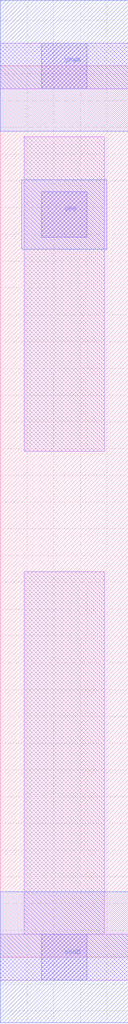
<source format=lef>
# Copyright 2020 The SkyWater PDK Authors
#
# Licensed under the Apache License, Version 2.0 (the "License");
# you may not use this file except in compliance with the License.
# You may obtain a copy of the License at
#
#     https://www.apache.org/licenses/LICENSE-2.0
#
# Unless required by applicable law or agreed to in writing, software
# distributed under the License is distributed on an "AS IS" BASIS,
# WITHOUT WARRANTIES OR CONDITIONS OF ANY KIND, either express or implied.
# See the License for the specific language governing permissions and
# limitations under the License.
#
# SPDX-License-Identifier: Apache-2.0

VERSION 5.7 ;
  NOWIREEXTENSIONATPIN ON ;
  DIVIDERCHAR "/" ;
  BUSBITCHARS "[]" ;
MACRO sky130_fd_sc_hs__tapvgnd_1
  CLASS CORE WELLTAP ;
  FOREIGN sky130_fd_sc_hs__tapvgnd_1 ;
  ORIGIN  0.000000  0.000000 ;
  SIZE  0.480000 BY  3.330000 ;
  SYMMETRY X Y ;
  SITE unit ;
  PIN VGND
    DIRECTION INOUT ;
    USE GROUND ;
    PORT
      LAYER met1 ;
        RECT 0.000000 -0.245000 0.480000 0.245000 ;
    END
  END VGND
  PIN VPB
    DIRECTION INOUT ;
    USE POWER ;
    PORT
      LAYER met1 ;
        RECT 0.080000 2.645000 0.400000 2.905000 ;
    END
  END VPB
  PIN VPWR
    DIRECTION INOUT ;
    USE POWER ;
    PORT
      LAYER met1 ;
        RECT 0.000000 3.085000 0.480000 3.575000 ;
    END
  END VPWR
  OBS
    LAYER li1 ;
      RECT 0.000000 -0.085000 0.480000 0.085000 ;
      RECT 0.000000  3.245000 0.480000 3.415000 ;
      RECT 0.090000  0.085000 0.390000 1.440000 ;
      RECT 0.090000  1.890000 0.390000 3.065000 ;
    LAYER mcon ;
      RECT 0.155000 -0.085000 0.325000 0.085000 ;
      RECT 0.155000  2.690000 0.325000 2.860000 ;
      RECT 0.155000  3.245000 0.325000 3.415000 ;
  END
END sky130_fd_sc_hs__tapvgnd_1
END LIBRARY

</source>
